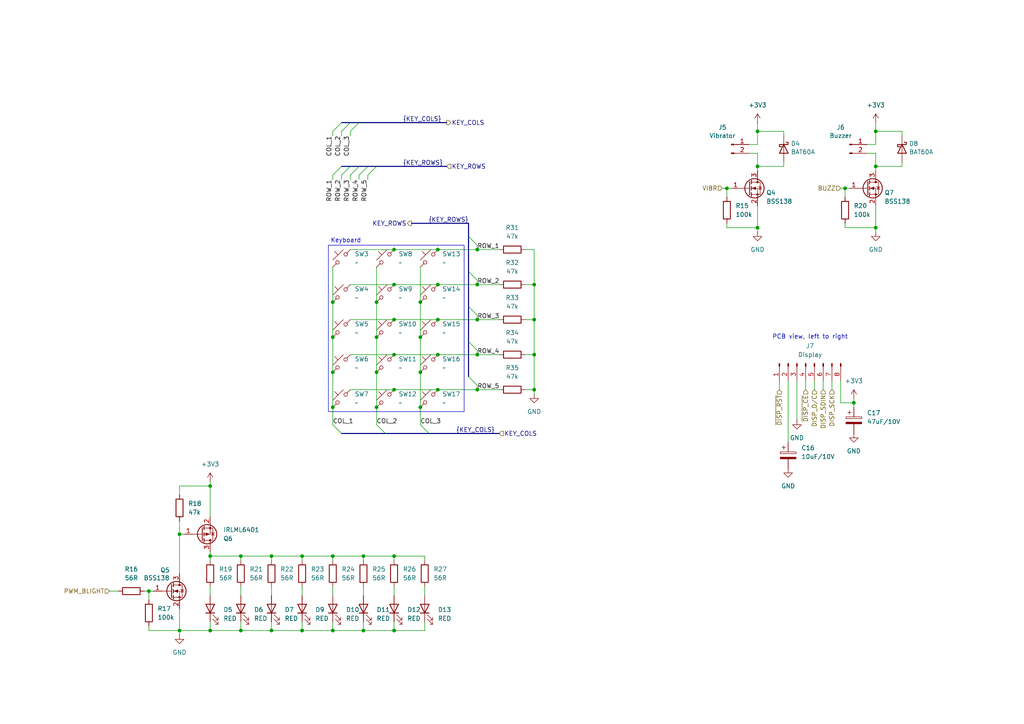
<source format=kicad_sch>
(kicad_sch (version 20250114) (generator "eeschema") (generator_version "9.0")
  (paper "A4")
  (title_block (title "Mainboard replacement for Nokia 3310") (date "29-12-2025") (rev "Rev A") (company "Mesh3310") (comment 1 "JDJ electronics"))
  (lib_symbols
    (symbol "Connector:Conn_01x02_Pin" (pin_names (offset 1.016) (hide yes))
      (property "Reference" "J" (at 0 2.54 0))
      (property "Value" "Conn_01x02_Pin" (at 0 -5.08 0))
      (symbol "Conn_01x02_Pin_1_1"
        (rectangle (start 0.8636 0.127) (end 0 -0.127) (stroke (width 0.1524)) (fill (type outline)))
        (rectangle (start 0.8636 -2.413) (end 0 -2.667) (stroke (width 0.1524)) (fill (type outline)))
        (polyline (pts (xy 1.27 0) (xy 0.8636 0)) (stroke (width 0.1524)))
        (polyline (pts (xy 1.27 -2.54) (xy 0.8636 -2.54)) (stroke (width 0.1524)))
        (pin passive line (at 5.08 0 180) (length 3.81) (name "Pin_1") (number "1"))
        (pin passive line (at 5.08 -2.54 180) (length 3.81) (name "Pin_2") (number "2"))
      )
    )
    (symbol "Connector:Conn_01x08_Pin" (pin_names (offset 1.016) (hide yes))
      (property "Reference" "J" (at 0 10.16 0))
      (property "Value" "Conn_01x08_Pin" (at 0 -12.7 0))
      (symbol "Conn_01x08_Pin_1_1"
        (rectangle (start 0.8636 7.747) (end 0 7.493) (stroke (width 0.1524)) (fill (type outline)))
        (rectangle (start 0.8636 5.207) (end 0 4.953) (stroke (width 0.1524)) (fill (type outline)))
        (rectangle (start 0.8636 2.667) (end 0 2.413) (stroke (width 0.1524)) (fill (type outline)))
        (rectangle (start 0.8636 0.127) (end 0 -0.127) (stroke (width 0.1524)) (fill (type outline)))
        (rectangle (start 0.8636 -2.413) (end 0 -2.667) (stroke (width 0.1524)) (fill (type outline)))
        (rectangle (start 0.8636 -4.953) (end 0 -5.207) (stroke (width 0.1524)) (fill (type outline)))
        (rectangle (start 0.8636 -7.493) (end 0 -7.747) (stroke (width 0.1524)) (fill (type outline)))
        (rectangle (start 0.8636 -10.033) (end 0 -10.287) (stroke (width 0.1524)) (fill (type outline)))
        (polyline (pts (xy 1.27 7.62) (xy 0.8636 7.62)) (stroke (width 0.1524)))
        (polyline (pts (xy 1.27 5.08) (xy 0.8636 5.08)) (stroke (width 0.1524)))
        (polyline (pts (xy 1.27 2.54) (xy 0.8636 2.54)) (stroke (width 0.1524)))
        (polyline (pts (xy 1.27 0) (xy 0.8636 0)) (stroke (width 0.1524)))
        (polyline (pts (xy 1.27 -2.54) (xy 0.8636 -2.54)) (stroke (width 0.1524)))
        (polyline (pts (xy 1.27 -5.08) (xy 0.8636 -5.08)) (stroke (width 0.1524)))
        (polyline (pts (xy 1.27 -7.62) (xy 0.8636 -7.62)) (stroke (width 0.1524)))
        (polyline (pts (xy 1.27 -10.16) (xy 0.8636 -10.16)) (stroke (width 0.1524)))
        (pin passive line (at 5.08 7.62 180) (length 3.81) (name "Pin_1") (number "1"))
        (pin passive line (at 5.08 5.08 180) (length 3.81) (name "Pin_2") (number "2"))
        (pin passive line (at 5.08 2.54 180) (length 3.81) (name "Pin_3") (number "3"))
        (pin passive line (at 5.08 0 180) (length 3.81) (name "Pin_4") (number "4"))
        (pin passive line (at 5.08 -2.54 180) (length 3.81) (name "Pin_5") (number "5"))
        (pin passive line (at 5.08 -5.08 180) (length 3.81) (name "Pin_6") (number "6"))
        (pin passive line (at 5.08 -7.62 180) (length 3.81) (name "Pin_7") (number "7"))
        (pin passive line (at 5.08 -10.16 180) (length 3.81) (name "Pin_8") (number "8"))
      )
    )
    (symbol "Device:C_Polarized" (pin_numbers (hide yes)) (pin_names (offset 0.254))
      (property "Reference" "C" (at 0.635 2.54 0))
      (property "Value" "C_Polarized" (at 0.635 -2.54 0))
      (symbol "C_Polarized_0_1"
        (rectangle (start -2.286 0.508) (end 2.286 1.016))
        (polyline (pts (xy -1.778 2.286) (xy -0.762 2.286)))
        (polyline (pts (xy -1.27 2.794) (xy -1.27 1.778)))
        (rectangle (start 2.286 -0.508) (end -2.286 -1.016) (fill (type outline)))
      )
      (symbol "C_Polarized_1_1"
        (pin passive line (at 0 3.81 270) (length 2.794) (name "~") (number "1"))
        (pin passive line (at 0 -3.81 90) (length 2.794) (name "~") (number "2"))
      )
    )
    (symbol "Device:LED" (pin_numbers (hide yes)) (pin_names (offset 1.016) (hide yes))
      (property "Reference" "D" (at 0 2.54 0))
      (property "Value" "LED" (at 0 -2.54 0))
      (symbol "LED_0_1"
        (polyline (pts (xy -3.048 -0.762) (xy -4.572 -2.286) (xy -3.81 -2.286) (xy -4.572 -2.286) (xy -4.572 -1.524)))
        (polyline (pts (xy -1.778 -0.762) (xy -3.302 -2.286) (xy -2.54 -2.286) (xy -3.302 -2.286) (xy -3.302 -1.524)))
        (polyline (pts (xy -1.27 0) (xy 1.27 0)))
        (polyline (pts (xy -1.27 -1.27) (xy -1.27 1.27)) (stroke (width 0.254)))
        (polyline (pts (xy 1.27 -1.27) (xy 1.27 1.27) (xy -1.27 0) (xy 1.27 -1.27)) (stroke (width 0.254)))
      )
      (symbol "LED_1_1"
        (pin passive line (at -3.81 0 0) (length 2.54) (name "K") (number "1"))
        (pin passive line (at 3.81 0 180) (length 2.54) (name "A") (number "2"))
      )
    )
    (symbol "Device:R" (pin_numbers (hide yes)) (pin_names (offset 0))
      (property "Reference" "R" (at 2.032 0 90))
      (property "Value" "R" (at 0 0 90))
      (symbol "R_0_1"
        (rectangle (start -1.016 -2.54) (end 1.016 2.54) (stroke (width 0.254)))
      )
      (symbol "R_1_1"
        (pin passive line (at 0 3.81 270) (length 1.27) (name "~") (number "1"))
        (pin passive line (at 0 -3.81 90) (length 1.27) (name "~") (number "2"))
      )
    )
    (symbol "Diode:BAT60A" (pin_numbers (hide yes)) (pin_names (offset 1.016) (hide yes))
      (property "Reference" "D" (at 0 2.54 0))
      (property "Value" "BAT60A" (at 0 -2.54 0))
      (symbol "BAT60A_0_1"
        (polyline (pts (xy -1.905 0.635) (xy -1.905 1.27) (xy -1.27 1.27) (xy -1.27 -1.27) (xy -0.635 -1.27) (xy -0.635 -0.635)) (stroke (width 0.254)))
        (polyline (pts (xy 1.27 1.27) (xy 1.27 -1.27) (xy -1.27 0) (xy 1.27 1.27)) (stroke (width 0.254)))
        (polyline (pts (xy 1.27 0) (xy -1.27 0)))
      )
      (symbol "BAT60A_1_1"
        (pin passive line (at -3.81 0 0) (length 2.54) (name "K") (number "1"))
        (pin passive line (at 3.81 0 180) (length 2.54) (name "A") (number "2"))
      )
    )
    (symbol "Switch:SW_Push_45deg" (pin_numbers (hide yes)) (pin_names (offset 1.016) (hide yes))
      (property "Reference" "SW" (at 3.048 1.016 0))
      (property "Value" "SW_Push_45deg" (at 0 -3.81 0))
      (symbol "SW_Push_45deg_0_1"
        (polyline (pts (xy -2.54 2.54) (xy -1.524 1.524) (xy -1.524 1.524)))
        (circle (center -1.1684 1.1684) (radius 0.508))
        (polyline (pts (xy -0.508 2.54) (xy 2.54 -0.508)))
        (polyline (pts (xy 1.016 1.016) (xy 2.032 2.032)))
        (circle (center 1.143 -1.1938) (radius 0.508))
        (polyline (pts (xy 1.524 -1.524) (xy 2.54 -2.54) (xy 2.54 -2.54) (xy 2.54 -2.54)))
        (pin passive line (at -2.54 2.54 0) (length 0) (name "1") (number "1"))
        (pin passive line (at 2.54 -2.54 180) (length 0) (name "2") (number "2"))
      )
    )
    (symbol "Transistor_FET:BSS138" (pin_names (hide yes))
      (property "Reference" "Q" (at 5.08 1.905 0))
      (property "Value" "BSS138" (at 5.08 0 0))
      (symbol "BSS138_0_1"
        (polyline (pts (xy 0.254 1.905) (xy 0.254 -1.905)) (stroke (width 0.254)))
        (polyline (pts (xy 0.254 0) (xy -2.54 0)))
        (polyline (pts (xy 0.762 2.286) (xy 0.762 1.27)) (stroke (width 0.254)))
        (polyline (pts (xy 0.762 0.508) (xy 0.762 -0.508)) (stroke (width 0.254)))
        (polyline (pts (xy 0.762 -1.27) (xy 0.762 -2.286)) (stroke (width 0.254)))
        (polyline (pts (xy 0.762 -1.778) (xy 3.302 -1.778) (xy 3.302 1.778) (xy 0.762 1.778)))
        (polyline (pts (xy 1.016 0) (xy 2.032 0.381) (xy 2.032 -0.381) (xy 1.016 0)) (fill (type outline)))
        (circle (center 1.651 0) (radius 2.794) (stroke (width 0.254)))
        (polyline (pts (xy 2.54 2.54) (xy 2.54 1.778)))
        (circle (center 2.54 1.778) (radius 0.254) (fill (type outline)))
        (circle (center 2.54 -1.778) (radius 0.254) (fill (type outline)))
        (polyline (pts (xy 2.54 -2.54) (xy 2.54 0) (xy 0.762 0)))
        (polyline (pts (xy 2.794 0.508) (xy 2.921 0.381) (xy 3.683 0.381) (xy 3.81 0.254)))
        (polyline (pts (xy 3.302 0.381) (xy 2.921 -0.254) (xy 3.683 -0.254) (xy 3.302 0.381)))
      )
      (symbol "BSS138_1_1"
        (pin input line (at -5.08 0 0) (length 2.54) (name "G") (number "1"))
        (pin passive line (at 2.54 5.08 270) (length 2.54) (name "D") (number "3"))
        (pin passive line (at 2.54 -5.08 90) (length 2.54) (name "S") (number "2"))
      )
    )
    (symbol "Transistor_FET:IRLML6401" (pin_names (hide yes))
      (property "Reference" "Q" (at 5.08 1.905 0))
      (property "Value" "IRLML6401" (at 5.08 0 0))
      (symbol "IRLML6401_0_1"
        (polyline (pts (xy 0.254 1.905) (xy 0.254 -1.905)) (stroke (width 0.254)))
        (polyline (pts (xy 0.254 0) (xy -2.54 0)))
        (polyline (pts (xy 0.762 2.286) (xy 0.762 1.27)) (stroke (width 0.254)))
        (polyline (pts (xy 0.762 1.778) (xy 3.302 1.778) (xy 3.302 -1.778) (xy 0.762 -1.778)))
        (polyline (pts (xy 0.762 0.508) (xy 0.762 -0.508)) (stroke (width 0.254)))
        (polyline (pts (xy 0.762 -1.27) (xy 0.762 -2.286)) (stroke (width 0.254)))
        (circle (center 1.651 0) (radius 2.794) (stroke (width 0.254)))
        (polyline (pts (xy 2.286 0) (xy 1.27 0.381) (xy 1.27 -0.381) (xy 2.286 0)) (fill (type outline)))
        (polyline (pts (xy 2.54 2.54) (xy 2.54 1.778)))
        (circle (center 2.54 1.778) (radius 0.254) (fill (type outline)))
        (circle (center 2.54 -1.778) (radius 0.254) (fill (type outline)))
        (polyline (pts (xy 2.54 -2.54) (xy 2.54 0) (xy 0.762 0)))
        (polyline (pts (xy 2.794 -0.508) (xy 2.921 -0.381) (xy 3.683 -0.381) (xy 3.81 -0.254)))
        (polyline (pts (xy 3.302 -0.381) (xy 2.921 0.254) (xy 3.683 0.254) (xy 3.302 -0.381)))
      )
      (symbol "IRLML6401_1_1"
        (pin input line (at -5.08 0 0) (length 2.54) (name "G") (number "1"))
        (pin passive line (at 2.54 5.08 270) (length 2.54) (name "D") (number "3"))
        (pin passive line (at 2.54 -5.08 90) (length 2.54) (name "S") (number "2"))
      )
    )
    (symbol "power:+3V3" (power) (pin_numbers (hide yes)) (pin_names (offset 0) (hide yes))
      (property "Value" "+3V3" (at 0 3.556 0))
      (symbol "+3V3_0_1"
        (polyline (pts (xy -0.762 1.27) (xy 0 2.54)))
        (polyline (pts (xy 0 2.54) (xy 0.762 1.27)))
        (polyline (pts (xy 0 0) (xy 0 2.54)))
      )
      (symbol "+3V3_1_1"
        (pin power_in line (at 0 0 90) (length 0) (name "~") (number "1"))
      )
    )
    (symbol "power:GND" (power) (pin_numbers (hide yes)) (pin_names (offset 0) (hide yes))
      (property "Value" "GND" (at 0 -3.81 0))
      (symbol "GND_0_1"
        (polyline (pts (xy 0 0) (xy 0 -1.27) (xy 1.27 -1.27) (xy 0 -2.54) (xy -1.27 -1.27) (xy 0 -1.27)))
      )
      (symbol "GND_1_1"
        (pin power_in line (at 0 0 270) (length 0) (name "~") (number "1"))
      )
    )
  )
  (bus_alias "KEY_COLS" (members "COL_1" "COL_2" "COL_3"))
  (bus_alias "KEY_ROWS" (members "ROW_1" "ROW_2" "ROW_3" "ROW_4" "ROW_5"))
  (rectangle (start 95.25 71.12) (end 134.62 119.38))
  (text "Keyboard" (at 100.33 69.85 0) (effects (font (size 1.27 1.27))))
  (text "PCB view, left to right" (at 234.95 97.79 0) (effects (font (size 1.27 1.27))))
  (junction (at 87.63 161.29))
  (junction (at 96.52 107.95))
  (junction (at 109.22 118.11))
  (junction (at 254 66.04))
  (junction (at 114.3 102.87))
  (junction (at 154.94 102.87))
  (junction (at 121.92 107.95))
  (junction (at 219.71 66.04))
  (junction (at 60.96 140.97))
  (junction (at 69.85 182.88))
  (junction (at 105.41 182.88))
  (junction (at 109.22 107.95))
  (junction (at 96.52 118.11))
  (junction (at 69.85 161.29))
  (junction (at 210.82 54.61))
  (junction (at 78.74 182.88))
  (junction (at 96.52 87.63))
  (junction (at 121.92 118.11))
  (junction (at 96.52 161.29))
  (junction (at 138.43 92.71))
  (junction (at 154.94 92.71))
  (junction (at 127 113.03))
  (junction (at 114.3 82.55))
  (junction (at 254 38.1))
  (junction (at 138.43 72.39))
  (junction (at 78.74 161.29))
  (junction (at 109.22 97.79))
  (junction (at 96.52 182.88))
  (junction (at 254 48.26))
  (junction (at 52.07 154.94))
  (junction (at 114.3 182.88))
  (junction (at 138.43 82.55))
  (junction (at 114.3 161.29))
  (junction (at 114.3 72.39))
  (junction (at 121.92 87.63))
  (junction (at 154.94 113.03))
  (junction (at 121.92 97.79))
  (junction (at 219.71 48.26))
  (junction (at 60.96 182.88))
  (junction (at 109.22 87.63))
  (junction (at 87.63 182.88))
  (junction (at 247.65 116.84))
  (junction (at 60.96 161.29))
  (junction (at 96.52 97.79))
  (junction (at 105.41 161.29))
  (junction (at 127 82.55))
  (junction (at 138.43 113.03))
  (junction (at 114.3 92.71))
  (junction (at 127 72.39))
  (junction (at 245.11 54.61))
  (junction (at 138.43 102.87))
  (junction (at 127 102.87))
  (junction (at 114.3 113.03))
  (junction (at 43.18 171.45))
  (junction (at 127 92.71))
  (junction (at 52.07 182.88))
  (junction (at 154.94 82.55))
  (junction (at 219.71 38.1))
  (bus_entry (at 101.6 48.26) (size -2.54 2.54))
  (bus_entry (at 135.89 109.22) (size 2.54 2.54))
  (bus_entry (at 104.14 35.56) (size -2.54 2.54))
  (bus_entry (at 106.68 48.26) (size -2.54 2.54))
  (bus_entry (at 101.6 35.56) (size -2.54 2.54))
  (bus_entry (at 109.22 48.26) (size -2.54 2.54))
  (bus_entry (at 111.76 125.73) (size -2.54 -2.54))
  (bus_entry (at 135.89 68.58) (size 2.54 2.54))
  (bus_entry (at 135.89 88.9) (size 2.54 2.54))
  (bus_entry (at 104.14 48.26) (size -2.54 2.54))
  (bus_entry (at 124.46 125.73) (size -2.54 -2.54))
  (bus_entry (at 99.06 35.56) (size -2.54 2.54))
  (bus_entry (at 135.89 99.06) (size 2.54 2.54))
  (bus_entry (at 99.06 48.26) (size -2.54 2.54))
  (bus_entry (at 99.06 125.73) (size -2.54 -2.54))
  (bus_entry (at 135.89 78.74) (size 2.54 2.54))
  (wire (pts (xy 69.85 182.88) (xy 78.74 182.88)))
  (wire (pts (xy 123.19 182.88) (xy 123.19 180.34)))
  (wire (pts (xy 245.11 64.77) (xy 245.11 66.04)))
  (wire (pts (xy 251.46 44.45) (xy 254 44.45)))
  (wire (pts (xy 241.3 113.03) (xy 241.3 110.49)))
  (wire (pts (xy 105.41 161.29) (xy 114.3 161.29)))
  (wire (pts (xy 254 66.04) (xy 254 67.31)))
  (wire (pts (xy 99.06 38.1) (xy 99.06 39.37)))
  (wire (pts (xy 227.33 39.37) (xy 227.33 38.1)))
  (wire (pts (xy 219.71 48.26) (xy 219.71 49.53)))
  (wire (pts (xy 138.43 82.55) (xy 144.78 82.55)))
  (wire (pts (xy 236.22 113.03) (xy 236.22 110.49)))
  (wire (pts (xy 78.74 182.88) (xy 87.63 182.88)))
  (wire (pts (xy 87.63 182.88) (xy 96.52 182.88)))
  (wire (pts (xy 60.96 160.02) (xy 60.96 161.29)))
  (wire (pts (xy 254 41.91) (xy 254 38.1)))
  (wire (pts (xy 138.43 81.28) (xy 138.43 82.55)))
  (wire (pts (xy 127 92.71) (xy 138.43 92.71)))
  (wire (pts (xy 123.19 161.29) (xy 123.19 162.56)))
  (wire (pts (xy 60.96 182.88) (xy 69.85 182.88)))
  (wire (pts (xy 261.62 46.99) (xy 261.62 48.26)))
  (wire (pts (xy 114.3 82.55) (xy 127 82.55)))
  (wire (pts (xy 226.06 110.49) (xy 226.06 113.03)))
  (wire (pts (xy 69.85 180.34) (xy 69.85 182.88)))
  (wire (pts (xy 246.38 54.61) (xy 245.11 54.61)))
  (wire (pts (xy 261.62 48.26) (xy 254 48.26)))
  (bus (pts (xy 135.89 99.06) (xy 135.89 109.22)))
  (wire (pts (xy 254 38.1) (xy 254 35.56)))
  (wire (pts (xy 114.3 170.18) (xy 114.3 172.72)))
  (wire (pts (xy 123.19 170.18) (xy 123.19 172.72)))
  (wire (pts (xy 43.18 171.45) (xy 43.18 173.99)))
  (bus (pts (xy 104.14 35.56) (xy 101.6 35.56)))
  (wire (pts (xy 154.94 72.39) (xy 154.94 82.55)))
  (wire (pts (xy 52.07 182.88) (xy 52.07 184.15)))
  (wire (pts (xy 60.96 170.18) (xy 60.96 172.72)))
  (wire (pts (xy 238.76 113.03) (xy 238.76 110.49)))
  (wire (pts (xy 109.22 118.11) (xy 109.22 123.19)))
  (wire (pts (xy 101.6 102.87) (xy 114.3 102.87)))
  (wire (pts (xy 87.63 170.18) (xy 87.63 172.72)))
  (wire (pts (xy 114.3 113.03) (xy 127 113.03)))
  (wire (pts (xy 138.43 71.12) (xy 138.43 72.39)))
  (wire (pts (xy 105.41 170.18) (xy 105.41 172.72)))
  (wire (pts (xy 138.43 91.44) (xy 138.43 92.71)))
  (wire (pts (xy 96.52 118.11) (xy 96.52 123.19)))
  (wire (pts (xy 109.22 97.79) (xy 109.22 107.95)))
  (wire (pts (xy 105.41 180.34) (xy 105.41 182.88)))
  (wire (pts (xy 69.85 170.18) (xy 69.85 172.72)))
  (wire (pts (xy 96.52 87.63) (xy 96.52 97.79)))
  (wire (pts (xy 219.71 38.1) (xy 219.71 35.56)))
  (wire (pts (xy 60.96 139.7) (xy 60.96 140.97)))
  (wire (pts (xy 87.63 162.56) (xy 87.63 161.29)))
  (bus (pts (xy 135.89 64.77) (xy 135.89 68.58)))
  (wire (pts (xy 96.52 107.95) (xy 96.52 118.11)))
  (wire (pts (xy 43.18 182.88) (xy 52.07 182.88)))
  (wire (pts (xy 105.41 182.88) (xy 114.3 182.88)))
  (wire (pts (xy 127 102.87) (xy 138.43 102.87)))
  (wire (pts (xy 154.94 113.03) (xy 152.4 113.03)))
  (wire (pts (xy 245.11 66.04) (xy 254 66.04)))
  (wire (pts (xy 52.07 143.51) (xy 52.07 140.97)))
  (wire (pts (xy 210.82 64.77) (xy 210.82 66.04)))
  (wire (pts (xy 114.3 162.56) (xy 114.3 161.29)))
  (wire (pts (xy 247.65 116.84) (xy 243.84 116.84)))
  (wire (pts (xy 209.55 54.61) (xy 210.82 54.61)))
  (wire (pts (xy 121.92 77.47) (xy 121.92 87.63)))
  (bus (pts (xy 135.89 88.9) (xy 135.89 99.06)))
  (wire (pts (xy 109.22 77.47) (xy 109.22 87.63)))
  (wire (pts (xy 52.07 182.88) (xy 60.96 182.88)))
  (wire (pts (xy 138.43 72.39) (xy 144.78 72.39)))
  (wire (pts (xy 31.75 171.45) (xy 34.29 171.45)))
  (wire (pts (xy 154.94 92.71) (xy 154.94 102.87)))
  (wire (pts (xy 109.22 107.95) (xy 109.22 118.11)))
  (bus (pts (xy 109.22 48.26) (xy 106.68 48.26)))
  (wire (pts (xy 78.74 161.29) (xy 78.74 162.56)))
  (wire (pts (xy 52.07 151.13) (xy 52.07 154.94)))
  (bus (pts (xy 124.46 125.73) (xy 144.78 125.73)))
  (bus (pts (xy 135.89 78.74) (xy 135.89 88.9)))
  (bus (pts (xy 129.54 48.26) (xy 109.22 48.26)))
  (wire (pts (xy 210.82 66.04) (xy 219.71 66.04)))
  (wire (pts (xy 243.84 116.84) (xy 243.84 110.49)))
  (bus (pts (xy 106.68 48.26) (xy 104.14 48.26)))
  (wire (pts (xy 217.17 44.45) (xy 219.71 44.45)))
  (wire (pts (xy 96.52 180.34) (xy 96.52 182.88)))
  (wire (pts (xy 43.18 181.61) (xy 43.18 182.88)))
  (wire (pts (xy 228.6 110.49) (xy 228.6 128.27)))
  (wire (pts (xy 99.06 50.8) (xy 99.06 52.07)))
  (wire (pts (xy 101.6 92.71) (xy 114.3 92.71)))
  (wire (pts (xy 251.46 41.91) (xy 254 41.91)))
  (bus (pts (xy 135.89 68.58) (xy 135.89 78.74)))
  (wire (pts (xy 101.6 72.39) (xy 114.3 72.39)))
  (wire (pts (xy 138.43 102.87) (xy 144.78 102.87)))
  (wire (pts (xy 60.96 161.29) (xy 60.96 162.56)))
  (wire (pts (xy 114.3 161.29) (xy 123.19 161.29)))
  (wire (pts (xy 121.92 118.11) (xy 121.92 123.19)))
  (wire (pts (xy 219.71 66.04) (xy 219.71 67.31)))
  (wire (pts (xy 219.71 59.69) (xy 219.71 66.04)))
  (wire (pts (xy 96.52 97.79) (xy 96.52 107.95)))
  (wire (pts (xy 247.65 116.84) (xy 247.65 118.11)))
  (wire (pts (xy 138.43 92.71) (xy 144.78 92.71)))
  (bus (pts (xy 129.54 35.56) (xy 104.14 35.56)))
  (wire (pts (xy 96.52 38.1) (xy 96.52 39.37)))
  (wire (pts (xy 101.6 82.55) (xy 114.3 82.55)))
  (wire (pts (xy 96.52 77.47) (xy 96.52 87.63)))
  (wire (pts (xy 138.43 111.76) (xy 138.43 113.03)))
  (wire (pts (xy 96.52 50.8) (xy 96.52 52.07)))
  (wire (pts (xy 96.52 161.29) (xy 105.41 161.29)))
  (wire (pts (xy 254 48.26) (xy 254 49.53)))
  (wire (pts (xy 152.4 102.87) (xy 154.94 102.87)))
  (wire (pts (xy 106.68 50.8) (xy 106.68 52.07)))
  (wire (pts (xy 78.74 180.34) (xy 78.74 182.88)))
  (wire (pts (xy 52.07 176.53) (xy 52.07 182.88)))
  (wire (pts (xy 41.91 171.45) (xy 43.18 171.45)))
  (wire (pts (xy 127 82.55) (xy 138.43 82.55)))
  (wire (pts (xy 219.71 41.91) (xy 219.71 38.1)))
  (wire (pts (xy 44.45 171.45) (xy 43.18 171.45)))
  (wire (pts (xy 127 72.39) (xy 138.43 72.39)))
  (wire (pts (xy 138.43 113.03) (xy 144.78 113.03)))
  (wire (pts (xy 87.63 180.34) (xy 87.63 182.88)))
  (wire (pts (xy 121.92 97.79) (xy 121.92 107.95)))
  (wire (pts (xy 69.85 162.56) (xy 69.85 161.29)))
  (wire (pts (xy 114.3 180.34) (xy 114.3 182.88)))
  (wire (pts (xy 254 59.69) (xy 254 66.04)))
  (bus (pts (xy 104.14 48.26) (xy 101.6 48.26)))
  (wire (pts (xy 109.22 87.63) (xy 109.22 97.79)))
  (wire (pts (xy 52.07 154.94) (xy 52.07 166.37)))
  (wire (pts (xy 52.07 140.97) (xy 60.96 140.97)))
  (bus (pts (xy 101.6 48.26) (xy 99.06 48.26)))
  (wire (pts (xy 152.4 72.39) (xy 154.94 72.39)))
  (wire (pts (xy 60.96 161.29) (xy 69.85 161.29)))
  (wire (pts (xy 104.14 50.8) (xy 104.14 52.07)))
  (wire (pts (xy 152.4 92.71) (xy 154.94 92.71)))
  (bus (pts (xy 119.38 64.77) (xy 135.89 64.77)))
  (wire (pts (xy 114.3 182.88) (xy 123.19 182.88)))
  (wire (pts (xy 219.71 38.1) (xy 227.33 38.1)))
  (bus (pts (xy 101.6 35.56) (xy 99.06 35.56)))
  (wire (pts (xy 101.6 38.1) (xy 101.6 39.37)))
  (bus (pts (xy 99.06 125.73) (xy 111.76 125.73)))
  (wire (pts (xy 154.94 102.87) (xy 154.94 113.03)))
  (wire (pts (xy 105.41 162.56) (xy 105.41 161.29)))
  (wire (pts (xy 114.3 92.71) (xy 127 92.71)))
  (wire (pts (xy 52.07 154.94) (xy 53.34 154.94)))
  (wire (pts (xy 60.96 180.34) (xy 60.96 182.88)))
  (wire (pts (xy 121.92 107.95) (xy 121.92 118.11)))
  (wire (pts (xy 247.65 115.57) (xy 247.65 116.84)))
  (wire (pts (xy 233.68 110.49) (xy 233.68 113.03)))
  (wire (pts (xy 96.52 161.29) (xy 96.52 162.56)))
  (wire (pts (xy 96.52 182.88) (xy 105.41 182.88)))
  (wire (pts (xy 254 44.45) (xy 254 48.26)))
  (wire (pts (xy 154.94 113.03) (xy 154.94 114.3)))
  (wire (pts (xy 219.71 44.45) (xy 219.71 48.26)))
  (wire (pts (xy 87.63 161.29) (xy 96.52 161.29)))
  (wire (pts (xy 69.85 161.29) (xy 78.74 161.29)))
  (wire (pts (xy 96.52 170.18) (xy 96.52 172.72)))
  (wire (pts (xy 227.33 46.99) (xy 227.33 48.26)))
  (wire (pts (xy 78.74 161.29) (xy 87.63 161.29)))
  (wire (pts (xy 261.62 39.37) (xy 261.62 38.1)))
  (wire (pts (xy 212.09 54.61) (xy 210.82 54.61)))
  (wire (pts (xy 60.96 140.97) (xy 60.96 149.86)))
  (wire (pts (xy 78.74 170.18) (xy 78.74 172.72)))
  (wire (pts (xy 227.33 48.26) (xy 219.71 48.26)))
  (wire (pts (xy 154.94 82.55) (xy 154.94 92.71)))
  (wire (pts (xy 138.43 101.6) (xy 138.43 102.87)))
  (wire (pts (xy 210.82 54.61) (xy 210.82 57.15)))
  (wire (pts (xy 127 113.03) (xy 138.43 113.03)))
  (wire (pts (xy 254 38.1) (xy 261.62 38.1)))
  (wire (pts (xy 245.11 54.61) (xy 245.11 57.15)))
  (wire (pts (xy 114.3 102.87) (xy 127 102.87)))
  (wire (pts (xy 101.6 50.8) (xy 101.6 52.07)))
  (wire (pts (xy 121.92 87.63) (xy 121.92 97.79)))
  (wire (pts (xy 243.84 54.61) (xy 245.11 54.61)))
  (bus (pts (xy 124.46 125.73) (xy 111.76 125.73)))
  (wire (pts (xy 101.6 113.03) (xy 114.3 113.03)))
  (wire (pts (xy 114.3 72.39) (xy 127 72.39)))
  (wire (pts (xy 152.4 82.55) (xy 154.94 82.55)))
  (wire (pts (xy 217.17 41.91) (xy 219.71 41.91)))
  (wire (pts (xy 231.14 121.92) (xy 231.14 110.49)))
  (label "ROW_3" (at 138.43 92.71 0))
  (label "ROW_2" (at 138.43 82.55 0))
  (label "COL_2" (at 99.06 39.37 270))
  (label "{KEY_COLS}" (at 143.51 125.73 180))
  (label "COL_1" (at 96.52 39.37 270))
  (label "ROW_4" (at 138.43 102.87 0))
  (label "COL_3" (at 121.92 123.19 0))
  (label "ROW_2" (at 99.06 52.07 270))
  (label "ROW_5" (at 138.43 113.03 0))
  (label "{KEY_ROWS}" (at 135.89 64.77 180))
  (label "ROW_1" (at 96.52 52.07 270))
  (label "COL_2" (at 109.22 123.19 0))
  (label "{KEY_ROWS}" (at 116.84 48.26 0))
  (label "COL_3" (at 101.6 39.37 270))
  (label "COL_1" (at 96.52 123.19 0))
  (label "ROW_4" (at 104.14 52.07 270))
  (label "ROW_3" (at 101.6 52.07 270))
  (label "{KEY_COLS}" (at 116.84 35.56 0))
  (label "ROW_5" (at 106.68 52.07 270))
  (label "ROW_1" (at 138.43 72.39 0))
  (hierarchical_label "DISP_D{slash}C" (shape input) (at 236.22 113.03 270))
  (hierarchical_label "BUZZ" (shape input) (at 243.84 54.61 180))
  (hierarchical_label "KEY_COLS" (shape output) (at 129.54 35.56 0))
  (hierarchical_label "KEY_ROWS" (shape output) (at 119.38 64.77 180))
  (hierarchical_label "DISP_SCK" (shape input) (at 241.3 113.03 270))
  (hierarchical_label "KEY_ROWS" (shape input) (at 129.54 48.26 0))
  (hierarchical_label "KEY_COLS" (shape input) (at 144.78 125.73 0))
  (hierarchical_label "~{DISP_RST}" (shape input) (at 226.06 113.03 270))
  (hierarchical_label "DISP_SDIN" (shape input) (at 238.76 113.03 270))
  (hierarchical_label "PWM_BLIGHT" (shape input) (at 31.75 171.45 180))
  (hierarchical_label "~{DISP_CE}" (shape input) (at 233.68 113.03 270))
  (hierarchical_label "VIBR" (shape input) (at 209.55 54.61 180))
  (symbol (lib_id "Switch:SW_Push_45deg") (at 99.06 105.41 90) (unit 1) (in_bom no)
    (property "Reference" "SW6" (at 102.87 104.1399 90) (effects (justify right)))
    (property "Value" "~" (at 102.87 106.6799 90) (effects (justify right)))
    (property "Footprint" "Parts:3310_key" (effects (hide yes)))
    (property "Description" "Push button switch, normally open, two pins, 45° tilted" (effects (hide yes)))
  )
  (symbol (lib_id "Transistor_FET:BSS138") (at 251.46 54.61 0) (unit 1)
    (property "Reference" "Q7" (at 256.54 55.88 0) (effects (justify left)))
    (property "Value" "BSS138" (at 256.54 58.42 0) (effects (justify left)))
    (property "Footprint" "Package_TO_SOT_SMD:SOT-23" (effects (hide yes)))
    (property "Datasheet" "https://www.onsemi.com/pub/Collateral/BSS138-D.PDF" (effects (hide yes)))
    (property "Description" "50V Vds, 0.22A Id, N-Channel MOSFET, SOT-23" (effects (hide yes)))
    (property "MPN" "771-BSS138P215" (effects (hide yes)))
    (property "PN" "771-BSS138P215" (effects (hide yes)))
  )
  (symbol (lib_id "Device:LED") (at 60.96 176.53 90) (unit 1)
    (property "Reference" "D5" (at 64.77 176.8474 90) (effects (justify right)))
    (property "Value" "RED" (at 64.77 179.3874 90) (effects (justify right)))
    (property "Footprint" "Parts:3310_led" (effects (hide yes)))
    (property "Description" "Light emitting diode" (effects (hide yes)))
    (property "MPN" "743-IN-S124ARUR" (effects (hide yes)))
    (property "PN" "743-IN-S124ARUR" (effects (hide yes)))
  )
  (symbol (lib_id "Switch:SW_Push_45deg") (at 111.76 105.41 90) (unit 1) (in_bom no)
    (property "Reference" "SW11" (at 115.57 104.1399 90) (effects (justify right)))
    (property "Value" "~" (at 115.57 106.6799 90) (effects (justify right)))
    (property "Footprint" "Parts:3310_key" (effects (hide yes)))
    (property "Description" "Push button switch, normally open, two pins, 45° tilted" (effects (hide yes)))
  )
  (symbol (lib_id "Device:R") (at 38.1 171.45 90) (unit 1)
    (property "Reference" "R16" (at 38.1 165.1 90))
    (property "Value" "56R" (at 38.1 167.64 90))
    (property "Footprint" "Resistor_SMD:R_0402_1005Metric" (effects (hide yes)))
    (property "Description" "Resistor" (effects (hide yes)))
    (property "PN" "667-ERJ-2GEJ560X" (effects (hide yes)))
    (property "MPN" "667-ERJ-2GEJ560X" (effects (hide yes)))
  )
  (symbol (lib_id "Device:LED") (at 105.41 176.53 90) (unit 1)
    (property "Reference" "D11" (at 109.22 176.8474 90) (effects (justify right)))
    (property "Value" "RED" (at 109.22 179.3874 90) (effects (justify right)))
    (property "Footprint" "Parts:3310_led" (effects (hide yes)))
    (property "Description" "Light emitting diode" (effects (hide yes)))
    (property "MPN" "743-IN-S124ARUR" (effects (hide yes)))
    (property "PN" "743-IN-S124ARUR" (effects (hide yes)))
  )
  (symbol (lib_id "Switch:SW_Push_45deg") (at 111.76 85.09 90) (unit 1) (in_bom no)
    (property "Reference" "SW9" (at 115.57 83.8199 90) (effects (justify right)))
    (property "Value" "~" (at 115.57 86.3599 90) (effects (justify right)))
    (property "Footprint" "Parts:3310_key" (effects (hide yes)))
    (property "Description" "Push button switch, normally open, two pins, 45° tilted" (effects (hide yes)))
  )
  (symbol (lib_id "power:+3V3") (at 60.96 139.7 0) (unit 1)
    (property "Reference" "#PWR051" (effects (hide yes)))
    (property "Value" "+3V3" (at 60.96 134.62 0))
    (property "Description" "Power symbol creates a global label with name \"+3V3\"" (effects (hide yes)))
  )
  (symbol (lib_id "Device:R") (at 78.74 166.37 0) (unit 1)
    (property "Reference" "R22" (at 81.28 165.0999 0) (effects (justify left)))
    (property "Value" "56R" (at 81.28 167.6399 0) (effects (justify left)))
    (property "Footprint" "Resistor_SMD:R_0402_1005Metric" (effects (hide yes)))
    (property "Description" "Resistor" (effects (hide yes)))
    (property "PN" "667-ERJ-2GEJ560X" (effects (hide yes)))
    (property "MPN" "667-ERJ-2GEJ560X" (effects (hide yes)))
  )
  (symbol (lib_id "Device:LED") (at 114.3 176.53 90) (unit 1)
    (property "Reference" "D12" (at 118.11 176.8474 90) (effects (justify right)))
    (property "Value" "RED" (at 118.11 179.3874 90) (effects (justify right)))
    (property "Footprint" "Parts:3310_led" (effects (hide yes)))
    (property "Description" "Light emitting diode" (effects (hide yes)))
    (property "MPN" "743-IN-S124ARUR" (effects (hide yes)))
    (property "PN" "743-IN-S124ARUR" (effects (hide yes)))
  )
  (symbol (lib_id "power:GND") (at 228.6 135.89 0) (unit 1)
    (property "Reference" "#PWR054" (effects (hide yes)))
    (property "Value" "GND" (at 228.6 140.97 0))
    (property "Description" "Power symbol creates a global label with name \"GND\" , ground" (effects (hide yes)))
  )
  (symbol (lib_id "Device:R") (at 148.59 72.39 270) (unit 1)
    (property "Reference" "R31" (at 148.59 66.04 90))
    (property "Value" "47k" (at 148.59 68.58 90))
    (property "Footprint" "Resistor_SMD:R_0402_1005Metric" (effects (hide yes)))
    (property "Description" "Resistor" (effects (hide yes)))
    (property "PN" "652-CR0402JW-473GLF" (effects (hide yes)))
    (property "MPN" "652-CR0402JW-473GLF" (effects (hide yes)))
  )
  (symbol (lib_id "Connector:Conn_01x08_Pin") (at 233.68 105.41 90) (mirror x) (unit 1) (in_bom no)
    (property "Reference" "J7" (at 234.95 100.33 90))
    (property "Value" "Display" (at 234.95 102.87 90))
    (property "Footprint" "Parts:3310_display" (effects (hide yes)))
    (property "Description" "Generic connector, single row, 01x08, script generated" (effects (hide yes)))
  )
  (symbol (lib_id "Device:R") (at 96.52 166.37 0) (unit 1)
    (property "Reference" "R24" (at 99.06 165.0999 0) (effects (justify left)))
    (property "Value" "56R" (at 99.06 167.6399 0) (effects (justify left)))
    (property "Footprint" "Resistor_SMD:R_0402_1005Metric" (effects (hide yes)))
    (property "Description" "Resistor" (effects (hide yes)))
    (property "PN" "667-ERJ-2GEJ560X" (effects (hide yes)))
    (property "MPN" "667-ERJ-2GEJ560X" (effects (hide yes)))
  )
  (symbol (lib_id "power:GND") (at 231.14 121.92 0) (unit 1)
    (property "Reference" "#PWR055" (effects (hide yes)))
    (property "Value" "GND" (at 231.14 127 0))
    (property "Description" "Power symbol creates a global label with name \"GND\" , ground" (effects (hide yes)))
  )
  (symbol (lib_id "Switch:SW_Push_45deg") (at 99.06 74.93 90) (unit 1) (in_bom no)
    (property "Reference" "SW3" (at 102.87 73.6599 90) (effects (justify right)))
    (property "Value" "~" (at 102.87 76.1999 90) (effects (justify right)))
    (property "Footprint" "Parts:3310_key" (effects (hide yes)))
    (property "Description" "Push button switch, normally open, two pins, 45° tilted" (effects (hide yes)))
  )
  (symbol (lib_id "Switch:SW_Push_45deg") (at 99.06 85.09 90) (unit 1) (in_bom no)
    (property "Reference" "SW4" (at 102.87 83.8199 90) (effects (justify right)))
    (property "Value" "~" (at 102.87 86.3599 90) (effects (justify right)))
    (property "Footprint" "Parts:3310_key" (effects (hide yes)))
    (property "Description" "Push button switch, normally open, two pins, 45° tilted" (effects (hide yes)))
  )
  (symbol (lib_id "Switch:SW_Push_45deg") (at 99.06 115.57 90) (unit 1) (in_bom no)
    (property "Reference" "SW7" (at 102.87 114.2999 90) (effects (justify right)))
    (property "Value" "~" (at 102.87 116.8399 90) (effects (justify right)))
    (property "Footprint" "Parts:3310_key" (effects (hide yes)))
    (property "Description" "Push button switch, normally open, two pins, 45° tilted" (effects (hide yes)))
  )
  (symbol (lib_id "Switch:SW_Push_45deg") (at 124.46 105.41 90) (unit 1) (in_bom no)
    (property "Reference" "SW16" (at 128.27 104.1399 90) (effects (justify right)))
    (property "Value" "~" (at 128.27 106.6799 90) (effects (justify right)))
    (property "Footprint" "Parts:3310_key_gap" (effects (hide yes)))
    (property "Description" "Push button switch, normally open, two pins, 45° tilted" (effects (hide yes)))
  )
  (symbol (lib_id "Switch:SW_Push_45deg") (at 111.76 95.25 90) (unit 1) (in_bom no)
    (property "Reference" "SW10" (at 115.57 93.9799 90) (effects (justify right)))
    (property "Value" "~" (at 115.57 96.5199 90) (effects (justify right)))
    (property "Footprint" "Parts:3310_key" (effects (hide yes)))
    (property "Description" "Push button switch, normally open, two pins, 45° tilted" (effects (hide yes)))
  )
  (symbol (lib_id "Switch:SW_Push_45deg") (at 99.06 95.25 90) (unit 1) (in_bom no)
    (property "Reference" "SW5" (at 102.87 93.9799 90) (effects (justify right)))
    (property "Value" "~" (at 102.87 96.5199 90) (effects (justify right)))
    (property "Footprint" "Parts:3310_key" (effects (hide yes)))
    (property "Description" "Push button switch, normally open, two pins, 45° tilted" (effects (hide yes)))
  )
  (symbol (lib_id "Device:R") (at 105.41 166.37 0) (unit 1)
    (property "Reference" "R25" (at 107.95 165.0999 0) (effects (justify left)))
    (property "Value" "56R" (at 107.95 167.6399 0) (effects (justify left)))
    (property "Footprint" "Resistor_SMD:R_0402_1005Metric" (effects (hide yes)))
    (property "Description" "Resistor" (effects (hide yes)))
    (property "PN" "667-ERJ-2GEJ560X" (effects (hide yes)))
    (property "MPN" "667-ERJ-2GEJ560X" (effects (hide yes)))
  )
  (symbol (lib_id "Device:R") (at 210.82 60.96 180) (unit 1)
    (property "Reference" "R15" (at 213.3204 59.6899 0) (effects (justify right)))
    (property "Value" "100k" (at 213.3204 62.2299 0) (effects (justify right)))
    (property "Footprint" "Resistor_SMD:R_0402_1005Metric" (effects (hide yes)))
    (property "Description" "Resistor" (effects (hide yes)))
    (property "PN" "603-RC0402JR-13100KL" (effects (hide yes)))
    (property "MPN" "603-RC0402JR-13100KL" (effects (hide yes)))
  )
  (symbol (lib_id "power:+3V3") (at 247.65 115.57 0) (unit 1)
    (property "Reference" "#PWR056" (effects (hide yes)))
    (property "Value" "+3V3" (at 247.65 110.49 0))
    (property "Description" "Power symbol creates a global label with name \"+3V3\"" (effects (hide yes)))
  )
  (symbol (lib_id "Device:C_Polarized") (at 228.6 132.08 0) (unit 1)
    (property "Reference" "C16" (at 232.41 129.9209 0) (effects (justify left)))
    (property "Value" "10uF/10V" (at 232.41 132.4609 0) (effects (justify left)))
    (property "Footprint" "Capacitor_Tantalum_SMD:CP_EIA-3528-21_Kemet-B" (effects (hide yes)))
    (property "Description" "Polarized capacitor" (effects (hide yes)))
    (property "PN" "581-TAJB106K010SNJ" (effects (hide yes)))
    (property "MPN" "581-TAJB106K010SNJ" (effects (hide yes)))
  )
  (symbol (lib_id "Diode:BAT60A") (at 261.62 43.18 270) (unit 1)
    (property "Reference" "D8" (at 263.652 41.6503 90) (effects (justify left)))
    (property "Value" "BAT60A" (at 263.652 44.0746 90) (effects (justify left)))
    (property "Footprint" "Diode_SMD:D_SOD-323" (effects (hide yes)))
    (property "Datasheet" "https://www.infineon.com/dgdl/Infineon-BAT60ASERIES-DS-v01_01-en.pdf?fileId=db3a304313d846880113def70c9304a9" (effects (hide yes)))
    (property "Description" "10V 3A High Current Recitifier Schottky Diode, SOD-323" (effects (hide yes)))
    (property "PN" "726-BAT60AE6327HTSA1" (effects (hide yes)))
    (property "MPN" "726-BAT60AE6327HTSA1" (effects (hide yes)))
  )
  (symbol (lib_id "power:+3V3") (at 219.71 35.56 0) (unit 1)
    (property "Reference" "#PWR048" (effects (hide yes)))
    (property "Value" "+3V3" (at 219.71 30.48 0))
    (property "Description" "Power symbol creates a global label with name \"+3V3\"" (effects (hide yes)))
  )
  (symbol (lib_id "Transistor_FET:IRLML6401") (at 58.42 154.94 0) (mirror x) (unit 1)
    (property "Reference" "Q6" (at 64.77 156.2101 0) (effects (justify left)))
    (property "Value" "IRLML6401" (at 64.77 153.6701 0) (effects (justify left)))
    (property "Footprint" "Package_TO_SOT_SMD:SOT-23" (effects (hide yes)))
    (property "Datasheet" "https://www.infineon.com/dgdl/irlml6401pbf.pdf?fileId=5546d462533600a401535668b96d2634" (effects (hide yes)))
    (property "Description" "-4.3A Id, -12V Vds, 50mOhm Rds, P-Channel HEXFET Power MOSFET, SOT-23" (effects (hide yes)))
    (property "MPN" "942-IRLML6401TRPBF" (effects (hide yes)))
    (property "PN" "942-IRLML6401TRPBF" (effects (hide yes)))
  )
  (symbol (lib_id "power:+3V3") (at 254 35.56 0) (unit 1)
    (property "Reference" "#PWR052" (effects (hide yes)))
    (property "Value" "+3V3" (at 254 30.48 0))
    (property "Description" "Power symbol creates a global label with name \"+3V3\"" (effects (hide yes)))
  )
  (symbol (lib_id "Device:LED") (at 69.85 176.53 90) (unit 1)
    (property "Reference" "D6" (at 73.66 176.8474 90) (effects (justify right)))
    (property "Value" "RED" (at 73.66 179.3874 90) (effects (justify right)))
    (property "Footprint" "Parts:3310_led" (effects (hide yes)))
    (property "Description" "Light emitting diode" (effects (hide yes)))
    (property "MPN" "743-IN-S124ARUR" (effects (hide yes)))
    (property "PN" "743-IN-S124ARUR" (effects (hide yes)))
  )
  (symbol (lib_id "Device:LED") (at 123.19 176.53 90) (unit 1)
    (property "Reference" "D13" (at 127 176.8474 90) (effects (justify right)))
    (property "Value" "RED" (at 127 179.3874 90) (effects (justify right)))
    (property "Footprint" "Parts:3310_led" (effects (hide yes)))
    (property "Description" "Light emitting diode" (effects (hide yes)))
    (property "MPN" "743-IN-S124ARUR" (effects (hide yes)))
    (property "PN" "743-IN-S124ARUR" (effects (hide yes)))
  )
  (symbol (lib_id "Device:R") (at 69.85 166.37 0) (unit 1)
    (property "Reference" "R21" (at 72.39 165.0999 0) (effects (justify left)))
    (property "Value" "56R" (at 72.39 167.6399 0) (effects (justify left)))
    (property "Footprint" "Resistor_SMD:R_0402_1005Metric" (effects (hide yes)))
    (property "Description" "Resistor" (effects (hide yes)))
    (property "PN" "667-ERJ-2GEJ560X" (effects (hide yes)))
    (property "MPN" "667-ERJ-2GEJ560X" (effects (hide yes)))
  )
  (symbol (lib_id "Device:R") (at 148.59 92.71 270) (unit 1)
    (property "Reference" "R33" (at 148.59 86.36 90))
    (property "Value" "47k" (at 148.59 88.9 90))
    (property "Footprint" "Resistor_SMD:R_0402_1005Metric" (effects (hide yes)))
    (property "Description" "Resistor" (effects (hide yes)))
    (property "PN" "652-CR0402JW-473GLF" (effects (hide yes)))
    (property "MPN" "652-CR0402JW-473GLF" (effects (hide yes)))
  )
  (symbol (lib_id "Device:R") (at 148.59 113.03 270) (unit 1)
    (property "Reference" "R35" (at 148.59 106.68 90))
    (property "Value" "47k" (at 148.59 109.22 90))
    (property "Footprint" "Resistor_SMD:R_0402_1005Metric" (effects (hide yes)))
    (property "Description" "Resistor" (effects (hide yes)))
    (property "PN" "652-CR0402JW-473GLF" (effects (hide yes)))
    (property "MPN" "652-CR0402JW-473GLF" (effects (hide yes)))
  )
  (symbol (lib_id "power:GND") (at 219.71 67.31 0) (unit 1)
    (property "Reference" "#PWR049" (effects (hide yes)))
    (property "Value" "GND" (at 219.71 72.39 0))
    (property "Description" "Power symbol creates a global label with name \"GND\" , ground" (effects (hide yes)))
  )
  (symbol (lib_id "Device:R") (at 114.3 166.37 0) (unit 1)
    (property "Reference" "R26" (at 116.84 165.0999 0) (effects (justify left)))
    (property "Value" "56R" (at 116.84 167.6399 0) (effects (justify left)))
    (property "Footprint" "Resistor_SMD:R_0402_1005Metric" (effects (hide yes)))
    (property "Description" "Resistor" (effects (hide yes)))
    (property "PN" "667-ERJ-2GEJ560X" (effects (hide yes)))
    (property "MPN" "667-ERJ-2GEJ560X" (effects (hide yes)))
  )
  (symbol (lib_id "Device:C_Polarized") (at 247.65 121.92 0) (unit 1)
    (property "Reference" "C17" (at 251.46 119.7609 0) (effects (justify left)))
    (property "Value" "47uF/10V" (at 251.46 122.3009 0) (effects (justify left)))
    (property "Footprint" "Capacitor_Tantalum_SMD:CP_EIA-3528-21_Kemet-B" (effects (hide yes)))
    (property "Description" "Polarized capacitor" (effects (hide yes)))
    (property "PN" "74-293D476X9010B2TE3" (effects (hide yes)))
    (property "MPN" "74-293D476X9010B2TE3" (effects (hide yes)))
  )
  (symbol (lib_id "Device:R") (at 87.63 166.37 0) (unit 1)
    (property "Reference" "R23" (at 90.17 165.0999 0) (effects (justify left)))
    (property "Value" "56R" (at 90.17 167.6399 0) (effects (justify left)))
    (property "Footprint" "Resistor_SMD:R_0402_1005Metric" (effects (hide yes)))
    (property "Description" "Resistor" (effects (hide yes)))
    (property "PN" "667-ERJ-2GEJ560X" (effects (hide yes)))
    (property "MPN" "667-ERJ-2GEJ560X" (effects (hide yes)))
  )
  (symbol (lib_id "Switch:SW_Push_45deg") (at 124.46 115.57 90) (unit 1) (in_bom no)
    (property "Reference" "SW17" (at 128.27 114.2999 90) (effects (justify right)))
    (property "Value" "~" (at 128.27 116.8399 90) (effects (justify right)))
    (property "Footprint" "Parts:3310_key" (effects (hide yes)))
    (property "Description" "Push button switch, normally open, two pins, 45° tilted" (effects (hide yes)))
  )
  (symbol (lib_id "Device:R") (at 123.19 166.37 0) (unit 1)
    (property "Reference" "R27" (at 125.73 165.0999 0) (effects (justify left)))
    (property "Value" "56R" (at 125.73 167.6399 0) (effects (justify left)))
    (property "Footprint" "Resistor_SMD:R_0402_1005Metric" (effects (hide yes)))
    (property "Description" "Resistor" (effects (hide yes)))
    (property "PN" "667-ERJ-2GEJ560X" (effects (hide yes)))
    (property "MPN" "667-ERJ-2GEJ560X" (effects (hide yes)))
  )
  (symbol (lib_id "power:GND") (at 154.94 114.3 0) (unit 1)
    (property "Reference" "#PWR066" (effects (hide yes)))
    (property "Value" "GND" (at 154.94 119.38 0))
    (property "Description" "Power symbol creates a global label with name \"GND\" , ground" (effects (hide yes)))
  )
  (symbol (lib_id "Switch:SW_Push_45deg") (at 111.76 115.57 90) (unit 1) (in_bom no)
    (property "Reference" "SW12" (at 115.57 114.2999 90) (effects (justify right)))
    (property "Value" "~" (at 115.57 116.8399 90) (effects (justify right)))
    (property "Footprint" "Parts:3310_key" (effects (hide yes)))
    (property "Description" "Push button switch, normally open, two pins, 45° tilted" (effects (hide yes)))
  )
  (symbol (lib_id "Switch:SW_Push_45deg") (at 111.76 74.93 90) (unit 1) (in_bom no)
    (property "Reference" "SW8" (at 115.57 73.6599 90) (effects (justify right)))
    (property "Value" "~" (at 115.57 76.1999 90) (effects (justify right)))
    (property "Footprint" "Parts:3310_key" (effects (hide yes)))
    (property "Description" "Push button switch, normally open, two pins, 45° tilted" (effects (hide yes)))
  )
  (symbol (lib_id "Device:R") (at 245.11 60.96 180) (unit 1)
    (property "Reference" "R20" (at 247.6104 59.6899 0) (effects (justify right)))
    (property "Value" "100k" (at 247.6104 62.2299 0) (effects (justify right)))
    (property "Footprint" "Resistor_SMD:R_0402_1005Metric" (effects (hide yes)))
    (property "Description" "Resistor" (effects (hide yes)))
    (property "PN" "603-RC0402JR-13100KL" (effects (hide yes)))
    (property "MPN" "603-RC0402JR-13100KL" (effects (hide yes)))
  )
  (symbol (lib_id "Diode:BAT60A") (at 227.33 43.18 270) (unit 1)
    (property "Reference" "D4" (at 229.362 41.6503 90) (effects (justify left)))
    (property "Value" "BAT60A" (at 229.362 44.0746 90) (effects (justify left)))
    (property "Footprint" "Diode_SMD:D_SOD-323" (effects (hide yes)))
    (property "Datasheet" "https://www.infineon.com/dgdl/Infineon-BAT60ASERIES-DS-v01_01-en.pdf?fileId=db3a304313d846880113def70c9304a9" (effects (hide yes)))
    (property "Description" "10V 3A High Current Recitifier Schottky Diode, SOD-323" (effects (hide yes)))
    (property "PN" "726-BAT60AE6327HTSA1" (effects (hide yes)))
    (property "MPN" "726-BAT60AE6327HTSA1" (effects (hide yes)))
  )
  (symbol (lib_id "power:GND") (at 254 67.31 0) (unit 1)
    (property "Reference" "#PWR053" (effects (hide yes)))
    (property "Value" "GND" (at 254 72.39 0))
    (property "Description" "Power symbol creates a global label with name \"GND\" , ground" (effects (hide yes)))
  )
  (symbol (lib_id "Device:R") (at 148.59 102.87 270) (unit 1)
    (property "Reference" "R34" (at 148.59 96.52 90))
    (property "Value" "47k" (at 148.59 99.06 90))
    (property "Footprint" "Resistor_SMD:R_0402_1005Metric" (effects (hide yes)))
    (property "Description" "Resistor" (effects (hide yes)))
    (property "PN" "652-CR0402JW-473GLF" (effects (hide yes)))
    (property "MPN" "652-CR0402JW-473GLF" (effects (hide yes)))
  )
  (symbol (lib_id "Transistor_FET:BSS138") (at 217.17 54.61 0) (unit 1)
    (property "Reference" "Q4" (at 222.25 55.88 0) (effects (justify left)))
    (property "Value" "BSS138" (at 222.25 58.42 0) (effects (justify left)))
    (property "Footprint" "Package_TO_SOT_SMD:SOT-23" (effects (hide yes)))
    (property "Datasheet" "https://www.onsemi.com/pub/Collateral/BSS138-D.PDF" (effects (hide yes)))
    (property "Description" "50V Vds, 0.22A Id, N-Channel MOSFET, SOT-23" (effects (hide yes)))
    (property "MPN" "771-BSS138P215" (effects (hide yes)))
    (property "PN" "771-BSS138P215" (effects (hide yes)))
  )
  (symbol (lib_id "Connector:Conn_01x02_Pin") (at 212.09 41.91 0) (unit 1) (in_bom no)
    (property "Reference" "J5" (at 209.55 36.9457 0))
    (property "Value" "Vibrator" (at 209.55 39.37 0))
    (property "Footprint" "Parts:3310_vibrator" (effects (hide yes)))
    (property "Description" "Generic connector, single row, 01x02, script generated" (effects (hide yes)))
  )
  (symbol (lib_id "Device:LED") (at 96.52 176.53 90) (unit 1)
    (property "Reference" "D10" (at 100.33 176.8474 90) (effects (justify right)))
    (property "Value" "RED" (at 100.33 179.3874 90) (effects (justify right)))
    (property "Footprint" "Parts:3310_led" (effects (hide yes)))
    (property "Description" "Light emitting diode" (effects (hide yes)))
    (property "MPN" "743-IN-S124ARUR" (effects (hide yes)))
    (property "PN" "743-IN-S124ARUR" (effects (hide yes)))
  )
  (symbol (lib_id "Connector:Conn_01x02_Pin") (at 246.38 41.91 0) (unit 1) (in_bom no)
    (property "Reference" "J6" (at 243.84 36.9457 0))
    (property "Value" "Buzzer" (at 243.84 39.37 0))
    (property "Footprint" "Parts:3310_buzzer" (effects (hide yes)))
    (property "Description" "Generic connector, single row, 01x02, script generated" (effects (hide yes)))
  )
  (symbol (lib_id "power:GND") (at 52.07 184.15 0) (unit 1)
    (property "Reference" "#PWR050" (effects (hide yes)))
    (property "Value" "GND" (at 52.07 189.23 0))
    (property "Description" "Power symbol creates a global label with name \"GND\" , ground" (effects (hide yes)))
  )
  (symbol (lib_id "Transistor_FET:BSS138") (at 49.53 171.45 0) (unit 1)
    (property "Reference" "Q5" (at 46.482 165.354 0) (effects (justify left)))
    (property "Value" "BSS138" (at 41.656 167.64 0) (effects (justify left)))
    (property "Footprint" "Package_TO_SOT_SMD:SOT-23" (effects (hide yes)))
    (property "Datasheet" "https://www.onsemi.com/pub/Collateral/BSS138-D.PDF" (effects (hide yes)))
    (property "Description" "50V Vds, 0.22A Id, N-Channel MOSFET, SOT-23" (effects (hide yes)))
    (property "MPN" "771-BSS138P215" (effects (hide yes)))
    (property "PN" "771-BSS138P215" (effects (hide yes)))
  )
  (symbol (lib_id "power:GND") (at 247.65 125.73 0) (unit 1)
    (property "Reference" "#PWR057" (effects (hide yes)))
    (property "Value" "GND" (at 247.65 130.81 0))
    (property "Description" "Power symbol creates a global label with name \"GND\" , ground" (effects (hide yes)))
  )
  (symbol (lib_id "Switch:SW_Push_45deg") (at 124.46 74.93 90) (unit 1) (in_bom no)
    (property "Reference" "SW13" (at 128.27 73.6599 90) (effects (justify right)))
    (property "Value" "~" (at 128.27 76.1999 90) (effects (justify right)))
    (property "Footprint" "Parts:3310_key" (effects (hide yes)))
    (property "Description" "Push button switch, normally open, two pins, 45° tilted" (effects (hide yes)))
  )
  (symbol (lib_id "Device:LED") (at 78.74 176.53 90) (unit 1)
    (property "Reference" "D7" (at 82.55 176.8474 90) (effects (justify right)))
    (property "Value" "RED" (at 82.55 179.3874 90) (effects (justify right)))
    (property "Footprint" "Parts:3310_led" (effects (hide yes)))
    (property "Description" "Light emitting diode" (effects (hide yes)))
    (property "MPN" "743-IN-S124ARUR" (effects (hide yes)))
    (property "PN" "743-IN-S124ARUR" (effects (hide yes)))
  )
  (symbol (lib_id "Device:R") (at 52.07 147.32 180) (unit 1)
    (property "Reference" "R18" (at 54.5704 146.0499 0) (effects (justify right)))
    (property "Value" "47k" (at 54.5704 148.5899 0) (effects (justify right)))
    (property "Footprint" "Resistor_SMD:R_0402_1005Metric" (effects (hide yes)))
    (property "Description" "Resistor" (effects (hide yes)))
    (property "PN" "652-CR0402JW-473GLF" (effects (hide yes)))
    (property "MPN" "652-CR0402JW-473GLF" (effects (hide yes)))
  )
  (symbol (lib_id "Switch:SW_Push_45deg") (at 124.46 85.09 90) (unit 1) (in_bom no)
    (property "Reference" "SW14" (at 128.27 83.8199 90) (effects (justify right)))
    (property "Value" "~" (at 128.27 86.3599 90) (effects (justify right)))
    (property "Footprint" "Parts:3310_key" (effects (hide yes)))
    (property "Description" "Push button switch, normally open, two pins, 45° tilted" (effects (hide yes)))
  )
  (symbol (lib_id "Device:R") (at 148.59 82.55 270) (unit 1)
    (property "Reference" "R32" (at 148.59 76.2 90))
    (property "Value" "47k" (at 148.59 78.74 90))
    (property "Footprint" "Resistor_SMD:R_0402_1005Metric" (effects (hide yes)))
    (property "Description" "Resistor" (effects (hide yes)))
    (property "PN" "652-CR0402JW-473GLF" (effects (hide yes)))
    (property "MPN" "652-CR0402JW-473GLF" (effects (hide yes)))
  )
  (symbol (lib_id "Switch:SW_Push_45deg") (at 124.46 95.25 90) (unit 1) (in_bom no)
    (property "Reference" "SW15" (at 128.27 93.9799 90) (effects (justify right)))
    (property "Value" "~" (at 128.27 96.5199 90) (effects (justify right)))
    (property "Footprint" "Parts:3310_key" (effects (hide yes)))
    (property "Description" "Push button switch, normally open, two pins, 45° tilted" (effects (hide yes)))
  )
  (symbol (lib_id "Device:R") (at 43.18 177.8 180) (unit 1)
    (property "Reference" "R17" (at 45.6804 176.5299 0) (effects (justify right)))
    (property "Value" "100k" (at 45.6804 179.0699 0) (effects (justify right)))
    (property "Footprint" "Resistor_SMD:R_0402_1005Metric" (effects (hide yes)))
    (property "Description" "Resistor" (effects (hide yes)))
    (property "PN" "603-RC0402JR-13100KL" (effects (hide yes)))
    (property "MPN" "603-RC0402JR-13100KL" (effects (hide yes)))
  )
  (symbol (lib_id "Device:R") (at 60.96 166.37 0) (unit 1)
    (property "Reference" "R19" (at 63.5 165.0999 0) (effects (justify left)))
    (property "Value" "56R" (at 63.5 167.6399 0) (effects (justify left)))
    (property "Footprint" "Resistor_SMD:R_0402_1005Metric" (effects (hide yes)))
    (property "Description" "Resistor" (effects (hide yes)))
    (property "PN" "667-ERJ-2GEJ560X" (effects (hide yes)))
    (property "MPN" "667-ERJ-2GEJ560X" (effects (hide yes)))
  )
  (symbol (lib_id "Device:LED") (at 87.63 176.53 90) (unit 1)
    (property "Reference" "D9" (at 91.44 176.8474 90) (effects (justify right)))
    (property "Value" "RED" (at 91.44 179.3874 90) (effects (justify right)))
    (property "Footprint" "Parts:3310_led" (effects (hide yes)))
    (property "Description" "Light emitting diode" (effects (hide yes)))
    (property "MPN" "743-IN-S124ARUR" (effects (hide yes)))
    (property "PN" "743-IN-S124ARUR" (effects (hide yes)))
  )
)
</source>
